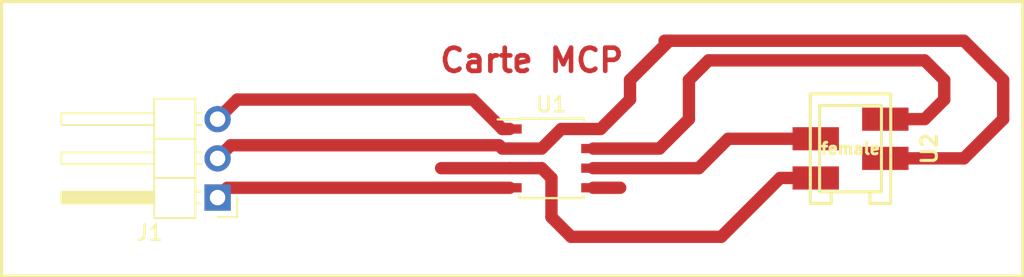
<source format=kicad_pcb>
(kicad_pcb (version 20171130) (host pcbnew 5.0.0-rc1-44a33f2~62~ubuntu16.04.1)

  (general
    (thickness 1.6)
    (drawings 6)
    (tracks 43)
    (zones 0)
    (modules 3)
    (nets 8)
  )

  (page A4)
  (layers
    (0 F.Cu signal)
    (31 B.Cu signal)
    (32 B.Adhes user)
    (33 F.Adhes user)
    (34 B.Paste user)
    (35 F.Paste user)
    (36 B.SilkS user)
    (37 F.SilkS user)
    (38 B.Mask user)
    (39 F.Mask user)
    (40 Dwgs.User user)
    (41 Cmts.User user)
    (42 Eco1.User user)
    (43 Eco2.User user)
    (44 Edge.Cuts user)
    (45 Margin user)
    (46 B.CrtYd user)
    (47 F.CrtYd user)
    (48 B.Fab user)
    (49 F.Fab user)
  )

  (setup
    (last_trace_width 0.8)
    (trace_clearance 0.2)
    (zone_clearance 0.508)
    (zone_45_only no)
    (trace_min 0.2)
    (segment_width 0.2)
    (edge_width 0.15)
    (via_size 0.8)
    (via_drill 0.4)
    (via_min_size 0.4)
    (via_min_drill 0.3)
    (uvia_size 0.3)
    (uvia_drill 0.1)
    (uvias_allowed no)
    (uvia_min_size 0.2)
    (uvia_min_drill 0.1)
    (pcb_text_width 0.3)
    (pcb_text_size 1.5 1.5)
    (mod_edge_width 0.15)
    (mod_text_size 1 1)
    (mod_text_width 0.15)
    (pad_size 1.524 1.524)
    (pad_drill 0.762)
    (pad_to_mask_clearance 0.2)
    (aux_axis_origin 0 0)
    (visible_elements FFFFFF7F)
    (pcbplotparams
      (layerselection 0x010fc_ffffffff)
      (usegerberextensions false)
      (usegerberattributes false)
      (usegerberadvancedattributes false)
      (creategerberjobfile false)
      (excludeedgelayer true)
      (linewidth 0.100000)
      (plotframeref false)
      (viasonmask false)
      (mode 1)
      (useauxorigin false)
      (hpglpennumber 1)
      (hpglpenspeed 20)
      (hpglpendiameter 15)
      (psnegative false)
      (psa4output false)
      (plotreference true)
      (plotvalue true)
      (plotinvisibletext false)
      (padsonsilk false)
      (subtractmaskfromsilk false)
      (outputformat 1)
      (mirror false)
      (drillshape 1)
      (scaleselection 1)
      (outputdirectory test/))
  )

  (net 0 "")
  (net 1 "Net-(U1-Pad7)")
  (net 2 GND)
  (net 3 "Net-(U1-Pad6)")
  (net 4 "Net-(U1-Pad3)")
  (net 5 "Net-(J1-Pad3)")
  (net 6 "Net-(J1-Pad1)")
  (net 7 "Net-(U1-Pad5)")

  (net_class Default "This is the default net class."
    (clearance 0.2)
    (trace_width 0.8)
    (via_dia 0.8)
    (via_drill 0.4)
    (uvia_dia 0.3)
    (uvia_drill 0.1)
    (add_net GND)
    (add_net "Net-(J1-Pad1)")
    (add_net "Net-(J1-Pad3)")
    (add_net "Net-(U1-Pad3)")
    (add_net "Net-(U1-Pad5)")
    (add_net "Net-(U1-Pad6)")
    (add_net "Net-(U1-Pad7)")
  )

  (module Connector_PinHeader_2.54mm:PinHeader_1x03_P2.54mm_Horizontal (layer F.Cu) (tedit 59FED5CB) (tstamp 5B0FF639)
    (at 120.65 113.03 180)
    (descr "Through hole angled pin header, 1x03, 2.54mm pitch, 6mm pin length, single row")
    (tags "Through hole angled pin header THT 1x03 2.54mm single row")
    (path /5AF03D8F)
    (fp_text reference J1 (at 4.385 -2.27 180) (layer F.SilkS)
      (effects (font (size 1 1) (thickness 0.15)))
    )
    (fp_text value Conn_01x03_Female (at 4.385 7.35 180) (layer F.Fab)
      (effects (font (size 1 1) (thickness 0.15)))
    )
    (fp_line (start 2.135 -1.27) (end 4.04 -1.27) (layer F.Fab) (width 0.1))
    (fp_line (start 4.04 -1.27) (end 4.04 6.35) (layer F.Fab) (width 0.1))
    (fp_line (start 4.04 6.35) (end 1.5 6.35) (layer F.Fab) (width 0.1))
    (fp_line (start 1.5 6.35) (end 1.5 -0.635) (layer F.Fab) (width 0.1))
    (fp_line (start 1.5 -0.635) (end 2.135 -1.27) (layer F.Fab) (width 0.1))
    (fp_line (start -0.32 -0.32) (end 1.5 -0.32) (layer F.Fab) (width 0.1))
    (fp_line (start -0.32 -0.32) (end -0.32 0.32) (layer F.Fab) (width 0.1))
    (fp_line (start -0.32 0.32) (end 1.5 0.32) (layer F.Fab) (width 0.1))
    (fp_line (start 4.04 -0.32) (end 10.04 -0.32) (layer F.Fab) (width 0.1))
    (fp_line (start 10.04 -0.32) (end 10.04 0.32) (layer F.Fab) (width 0.1))
    (fp_line (start 4.04 0.32) (end 10.04 0.32) (layer F.Fab) (width 0.1))
    (fp_line (start -0.32 2.22) (end 1.5 2.22) (layer F.Fab) (width 0.1))
    (fp_line (start -0.32 2.22) (end -0.32 2.86) (layer F.Fab) (width 0.1))
    (fp_line (start -0.32 2.86) (end 1.5 2.86) (layer F.Fab) (width 0.1))
    (fp_line (start 4.04 2.22) (end 10.04 2.22) (layer F.Fab) (width 0.1))
    (fp_line (start 10.04 2.22) (end 10.04 2.86) (layer F.Fab) (width 0.1))
    (fp_line (start 4.04 2.86) (end 10.04 2.86) (layer F.Fab) (width 0.1))
    (fp_line (start -0.32 4.76) (end 1.5 4.76) (layer F.Fab) (width 0.1))
    (fp_line (start -0.32 4.76) (end -0.32 5.4) (layer F.Fab) (width 0.1))
    (fp_line (start -0.32 5.4) (end 1.5 5.4) (layer F.Fab) (width 0.1))
    (fp_line (start 4.04 4.76) (end 10.04 4.76) (layer F.Fab) (width 0.1))
    (fp_line (start 10.04 4.76) (end 10.04 5.4) (layer F.Fab) (width 0.1))
    (fp_line (start 4.04 5.4) (end 10.04 5.4) (layer F.Fab) (width 0.1))
    (fp_line (start 1.44 -1.33) (end 1.44 6.41) (layer F.SilkS) (width 0.12))
    (fp_line (start 1.44 6.41) (end 4.1 6.41) (layer F.SilkS) (width 0.12))
    (fp_line (start 4.1 6.41) (end 4.1 -1.33) (layer F.SilkS) (width 0.12))
    (fp_line (start 4.1 -1.33) (end 1.44 -1.33) (layer F.SilkS) (width 0.12))
    (fp_line (start 4.1 -0.38) (end 10.1 -0.38) (layer F.SilkS) (width 0.12))
    (fp_line (start 10.1 -0.38) (end 10.1 0.38) (layer F.SilkS) (width 0.12))
    (fp_line (start 10.1 0.38) (end 4.1 0.38) (layer F.SilkS) (width 0.12))
    (fp_line (start 4.1 -0.32) (end 10.1 -0.32) (layer F.SilkS) (width 0.12))
    (fp_line (start 4.1 -0.2) (end 10.1 -0.2) (layer F.SilkS) (width 0.12))
    (fp_line (start 4.1 -0.08) (end 10.1 -0.08) (layer F.SilkS) (width 0.12))
    (fp_line (start 4.1 0.04) (end 10.1 0.04) (layer F.SilkS) (width 0.12))
    (fp_line (start 4.1 0.16) (end 10.1 0.16) (layer F.SilkS) (width 0.12))
    (fp_line (start 4.1 0.28) (end 10.1 0.28) (layer F.SilkS) (width 0.12))
    (fp_line (start 1.11 -0.38) (end 1.44 -0.38) (layer F.SilkS) (width 0.12))
    (fp_line (start 1.11 0.38) (end 1.44 0.38) (layer F.SilkS) (width 0.12))
    (fp_line (start 1.44 1.27) (end 4.1 1.27) (layer F.SilkS) (width 0.12))
    (fp_line (start 4.1 2.16) (end 10.1 2.16) (layer F.SilkS) (width 0.12))
    (fp_line (start 10.1 2.16) (end 10.1 2.92) (layer F.SilkS) (width 0.12))
    (fp_line (start 10.1 2.92) (end 4.1 2.92) (layer F.SilkS) (width 0.12))
    (fp_line (start 1.042929 2.16) (end 1.44 2.16) (layer F.SilkS) (width 0.12))
    (fp_line (start 1.042929 2.92) (end 1.44 2.92) (layer F.SilkS) (width 0.12))
    (fp_line (start 1.44 3.81) (end 4.1 3.81) (layer F.SilkS) (width 0.12))
    (fp_line (start 4.1 4.7) (end 10.1 4.7) (layer F.SilkS) (width 0.12))
    (fp_line (start 10.1 4.7) (end 10.1 5.46) (layer F.SilkS) (width 0.12))
    (fp_line (start 10.1 5.46) (end 4.1 5.46) (layer F.SilkS) (width 0.12))
    (fp_line (start 1.042929 4.7) (end 1.44 4.7) (layer F.SilkS) (width 0.12))
    (fp_line (start 1.042929 5.46) (end 1.44 5.46) (layer F.SilkS) (width 0.12))
    (fp_line (start -1.27 0) (end -1.27 -1.27) (layer F.SilkS) (width 0.12))
    (fp_line (start -1.27 -1.27) (end 0 -1.27) (layer F.SilkS) (width 0.12))
    (fp_line (start -1.8 -1.8) (end -1.8 6.85) (layer F.CrtYd) (width 0.05))
    (fp_line (start -1.8 6.85) (end 10.55 6.85) (layer F.CrtYd) (width 0.05))
    (fp_line (start 10.55 6.85) (end 10.55 -1.8) (layer F.CrtYd) (width 0.05))
    (fp_line (start 10.55 -1.8) (end -1.8 -1.8) (layer F.CrtYd) (width 0.05))
    (fp_text user %R (at 2.77 2.54 270) (layer F.Fab)
      (effects (font (size 1 1) (thickness 0.15)))
    )
    (pad 1 thru_hole rect (at 0 0 180) (size 1.7 1.7) (drill 1) (layers *.Cu *.Mask)
      (net 6 "Net-(J1-Pad1)"))
    (pad 2 thru_hole oval (at 0 2.54 180) (size 1.7 1.7) (drill 1) (layers *.Cu *.Mask)
      (net 2 GND))
    (pad 3 thru_hole oval (at 0 5.08 180) (size 1.7 1.7) (drill 1) (layers *.Cu *.Mask)
      (net 5 "Net-(J1-Pad3)"))
    (model ${KISYS3DMOD}/Connector_PinHeader_2.54mm.3dshapes/PinHeader_1x03_P2.54mm_Horizontal.wrl
      (at (xyz 0 0 0))
      (scale (xyz 1 1 1))
      (rotate (xyz 0 0 0))
    )
  )

  (module Package_SO:SOIC-8_3.9x4.9mm_P1.27mm (layer F.Cu) (tedit 5A02F2D3) (tstamp 5B0FF5F9)
    (at 142.24 110.49)
    (descr "8-Lead Plastic Small Outline (SN) - Narrow, 3.90 mm Body [SOIC] (see Microchip Packaging Specification 00000049BS.pdf)")
    (tags "SOIC 1.27")
    (path /5AF03BD9)
    (attr smd)
    (fp_text reference U1 (at 0 -3.5) (layer F.SilkS)
      (effects (font (size 1 1) (thickness 0.15)))
    )
    (fp_text value MCP2551-I-SN (at 0 3.5) (layer F.Fab)
      (effects (font (size 1 1) (thickness 0.15)))
    )
    (fp_text user %R (at 0 0) (layer F.Fab)
      (effects (font (size 1 1) (thickness 0.15)))
    )
    (fp_line (start -0.95 -2.45) (end 1.95 -2.45) (layer F.Fab) (width 0.1))
    (fp_line (start 1.95 -2.45) (end 1.95 2.45) (layer F.Fab) (width 0.1))
    (fp_line (start 1.95 2.45) (end -1.95 2.45) (layer F.Fab) (width 0.1))
    (fp_line (start -1.95 2.45) (end -1.95 -1.45) (layer F.Fab) (width 0.1))
    (fp_line (start -1.95 -1.45) (end -0.95 -2.45) (layer F.Fab) (width 0.1))
    (fp_line (start -3.73 -2.7) (end -3.73 2.7) (layer F.CrtYd) (width 0.05))
    (fp_line (start 3.73 -2.7) (end 3.73 2.7) (layer F.CrtYd) (width 0.05))
    (fp_line (start -3.73 -2.7) (end 3.73 -2.7) (layer F.CrtYd) (width 0.05))
    (fp_line (start -3.73 2.7) (end 3.73 2.7) (layer F.CrtYd) (width 0.05))
    (fp_line (start -2.075 -2.575) (end -2.075 -2.525) (layer F.SilkS) (width 0.15))
    (fp_line (start 2.075 -2.575) (end 2.075 -2.43) (layer F.SilkS) (width 0.15))
    (fp_line (start 2.075 2.575) (end 2.075 2.43) (layer F.SilkS) (width 0.15))
    (fp_line (start -2.075 2.575) (end -2.075 2.43) (layer F.SilkS) (width 0.15))
    (fp_line (start -2.075 -2.575) (end 2.075 -2.575) (layer F.SilkS) (width 0.15))
    (fp_line (start -2.075 2.575) (end 2.075 2.575) (layer F.SilkS) (width 0.15))
    (fp_line (start -2.075 -2.525) (end -3.475 -2.525) (layer F.SilkS) (width 0.15))
    (pad 1 smd rect (at -2.7 -1.905) (size 1.55 0.6) (layers F.Cu F.Paste F.Mask)
      (net 5 "Net-(J1-Pad3)"))
    (pad 2 smd rect (at -2.7 -0.635) (size 1.55 0.6) (layers F.Cu F.Paste F.Mask)
      (net 2 GND))
    (pad 3 smd rect (at -2.7 0.635) (size 1.55 0.6) (layers F.Cu F.Paste F.Mask)
      (net 4 "Net-(U1-Pad3)"))
    (pad 4 smd rect (at -2.7 1.905) (size 1.55 0.6) (layers F.Cu F.Paste F.Mask)
      (net 6 "Net-(J1-Pad1)"))
    (pad 5 smd rect (at 2.7 1.905) (size 1.55 0.6) (layers F.Cu F.Paste F.Mask)
      (net 7 "Net-(U1-Pad5)"))
    (pad 6 smd rect (at 2.7 0.635) (size 1.55 0.6) (layers F.Cu F.Paste F.Mask)
      (net 3 "Net-(U1-Pad6)"))
    (pad 7 smd rect (at 2.7 -0.635) (size 1.55 0.6) (layers F.Cu F.Paste F.Mask)
      (net 1 "Net-(U1-Pad7)"))
    (pad 8 smd rect (at 2.7 -1.905) (size 1.55 0.6) (layers F.Cu F.Paste F.Mask)
      (net 2 GND))
    (model ${KISYS3DMOD}/Package_SO.3dshapes/SOIC-8_3.9x4.9mm_P1.27mm.wrl
      (at (xyz 0 0 0))
      (scale (xyz 1 1 1))
      (rotate (xyz 0 0 0))
    )
  )

  (module micro-MaTch:0-188275-4_SMD_4-pin_female (layer F.Cu) (tedit 53C3B8D9) (tstamp 5B0FF5DC)
    (at 161.58 109.86 270)
    (descr ./Docs/ENG_CD_188275_S3_c-188275_drw.pdf)
    (tags "micro-MaTch, SMD, 4-pin, female")
    (path /5AF144A5)
    (fp_text reference U2 (at 0 -5.1 270) (layer F.SilkS)
      (effects (font (size 1 1) (thickness 0.2)))
    )
    (fp_text value micromatch_female (at 0 5.2 270) (layer F.SilkS) hide
      (effects (font (size 1 1) (thickness 0.2)))
    )
    (fp_line (start 3.55 2.6) (end 3.55 1.25) (layer F.SilkS) (width 0.2))
    (fp_line (start 3.55 1.25) (end 2.8 1.25) (layer F.SilkS) (width 0.2))
    (fp_line (start 3.55 -1.25) (end 3.55 -2.6) (layer F.SilkS) (width 0.2))
    (fp_line (start 2.8 -1.25) (end 3.55 -1.25) (layer F.SilkS) (width 0.2))
    (fp_line (start -2.8 -2) (end 2.8 -2) (layer F.SilkS) (width 0.2))
    (fp_line (start 2.8 -2) (end 2.8 2) (layer F.SilkS) (width 0.2))
    (fp_line (start 2.8 2) (end -2.8 2) (layer F.SilkS) (width 0.2))
    (fp_line (start -2.8 2) (end -2.8 -2) (layer F.SilkS) (width 0.2))
    (fp_line (start 1.9 1.45) (end 1.9 3.45) (layer Dwgs.User) (width 0.2))
    (fp_line (start -0.64 3.45) (end -0.64 1.45) (layer Dwgs.User) (width 0.2))
    (fp_line (start 0.63 -3.45) (end 0.63 -1.45) (layer Dwgs.User) (width 0.2))
    (fp_line (start -1.91 -3.45) (end -1.91 -1.45) (layer Dwgs.User) (width 0.2))
    (fp_text user female (at 0 0 180) (layer F.SilkS)
      (effects (font (size 0.75 0.75) (thickness 0.1875)))
    )
    (fp_line (start 3.55 -2.6) (end -3.55 -2.6) (layer F.SilkS) (width 0.2))
    (fp_line (start -3.55 -2.6) (end -3.55 2.6) (layer F.SilkS) (width 0.2))
    (fp_line (start -3.55 2.6) (end 3.55 2.6) (layer F.SilkS) (width 0.2))
    (pad 4 smd rect (at -1.91 -2.25 270) (size 1.5 3) (layers F.Cu F.Paste F.Mask)
      (net 1 "Net-(U1-Pad7)"))
    (pad 2 smd rect (at 0.63 -2.25 270) (size 1.5 3) (layers F.Cu F.Paste F.Mask)
      (net 2 GND))
    (pad 3 smd rect (at -0.64 2.25 270) (size 1.5 3) (layers F.Cu F.Paste F.Mask)
      (net 3 "Net-(U1-Pad6)"))
    (pad 1 smd rect (at 1.9 2.25 270) (size 1.5 3) (layers F.Cu F.Paste F.Mask)
      (net 4 "Net-(U1-Pad3)"))
  )

  (gr_line (start 172.72 118.11) (end 172.72 116.84) (layer F.SilkS) (width 0.2))
  (gr_line (start 106.68 118.11) (end 172.72 118.11) (layer F.SilkS) (width 0.2))
  (gr_line (start 106.68 100.33) (end 106.68 118.11) (layer F.SilkS) (width 0.2))
  (gr_line (start 172.72 100.33) (end 106.68 100.33) (layer F.SilkS) (width 0.2))
  (gr_line (start 172.72 116.84) (end 172.72 100.33) (layer F.SilkS) (width 0.2))
  (gr_text "Carte MCP" (at 140.97 104.14) (layer F.Cu)
    (effects (font (size 1.5 1.5) (thickness 0.3)))
  )

  (segment (start 152.4 104.14) (end 151.13 105.41) (width 0.8) (layer F.Cu) (net 1))
  (segment (start 167.64 105.41) (end 166.37 104.14) (width 0.8) (layer F.Cu) (net 1))
  (segment (start 166.37 104.14) (end 152.4 104.14) (width 0.8) (layer F.Cu) (net 1))
  (segment (start 151.13 105.41) (end 151.13 107.95) (width 0.8) (layer F.Cu) (net 1))
  (segment (start 167.64 106.68) (end 167.64 105.41) (width 0.8) (layer F.Cu) (net 1))
  (segment (start 163.83 107.95) (end 166.37 107.95) (width 0.8) (layer F.Cu) (net 1))
  (segment (start 166.37 107.95) (end 167.64 106.68) (width 0.8) (layer F.Cu) (net 1))
  (segment (start 151.13 107.95) (end 149.225 109.855) (width 0.8) (layer F.Cu) (net 1))
  (segment (start 149.225 109.855) (end 144.94 109.855) (width 0.8) (layer F.Cu) (net 1))
  (segment (start 147.32 105.41) (end 149.86 102.87) (width 0.8) (layer F.Cu) (net 2))
  (segment (start 147.32 106.68) (end 147.32 105.41) (width 0.8) (layer F.Cu) (net 2))
  (segment (start 145.415 108.585) (end 147.32 106.68) (width 0.8) (layer F.Cu) (net 2))
  (segment (start 144.94 108.585) (end 145.415 108.585) (width 0.8) (layer F.Cu) (net 2))
  (segment (start 141.605 109.855) (end 142.875 108.585) (width 0.8) (layer F.Cu) (net 2))
  (segment (start 142.875 108.585) (end 144.94 108.585) (width 0.8) (layer F.Cu) (net 2))
  (segment (start 139.54 109.855) (end 141.605 109.855) (width 0.8) (layer F.Cu) (net 2))
  (segment (start 171.45 107.95) (end 168.91 110.49) (width 0.8) (layer F.Cu) (net 2))
  (segment (start 168.91 110.49) (end 163.83 110.49) (width 0.8) (layer F.Cu) (net 2))
  (segment (start 171.45 105.41) (end 171.45 107.95) (width 0.8) (layer F.Cu) (net 2))
  (segment (start 168.91 102.87) (end 171.45 105.41) (width 0.8) (layer F.Cu) (net 2))
  (segment (start 149.555 102.87) (end 168.91 102.87) (width 0.8) (layer F.Cu) (net 2))
  (segment (start 139.54 109.855) (end 139.065 109.855) (width 0.8) (layer F.Cu) (net 2))
  (segment (start 139.065 109.855) (end 138.850001 109.640001) (width 0.8) (layer F.Cu) (net 2))
  (segment (start 138.850001 109.640001) (end 121.499999 109.640001) (width 0.8) (layer F.Cu) (net 2))
  (segment (start 121.499999 109.640001) (end 120.65 110.49) (width 0.8) (layer F.Cu) (net 2))
  (segment (start 153.67 109.22) (end 159.33 109.22) (width 0.8) (layer F.Cu) (net 3))
  (segment (start 151.765 111.125) (end 153.67 109.22) (width 0.8) (layer F.Cu) (net 3))
  (segment (start 144.94 111.125) (end 151.765 111.125) (width 0.8) (layer F.Cu) (net 3))
  (segment (start 139.54 111.125) (end 135.104989 111.125) (width 0.8) (layer F.Cu) (net 4))
  (segment (start 143.51 115.57) (end 153.22 115.57) (width 0.8) (layer F.Cu) (net 4))
  (segment (start 153.22 115.57) (end 157.03 111.76) (width 0.8) (layer F.Cu) (net 4))
  (segment (start 157.03 111.76) (end 159.33 111.76) (width 0.8) (layer F.Cu) (net 4))
  (segment (start 142.24 114.3) (end 143.51 115.57) (width 0.8) (layer F.Cu) (net 4))
  (segment (start 142.24 111.76) (end 142.24 114.3) (width 0.8) (layer F.Cu) (net 4))
  (segment (start 141.605 111.125) (end 142.24 111.76) (width 0.8) (layer F.Cu) (net 4))
  (segment (start 139.54 111.125) (end 141.605 111.125) (width 0.8) (layer F.Cu) (net 4))
  (segment (start 137.16 106.68) (end 121.92 106.68) (width 0.8) (layer F.Cu) (net 5))
  (segment (start 121.92 106.68) (end 120.65 107.95) (width 0.8) (layer F.Cu) (net 5))
  (segment (start 139.065 108.585) (end 137.16 106.68) (width 0.8) (layer F.Cu) (net 5))
  (segment (start 139.54 108.585) (end 139.065 108.585) (width 0.8) (layer F.Cu) (net 5))
  (segment (start 139.54 112.395) (end 121.285 112.395) (width 0.8) (layer F.Cu) (net 6))
  (segment (start 121.285 112.395) (end 120.65 113.03) (width 0.8) (layer F.Cu) (net 6))
  (segment (start 144.94 112.395) (end 146.685 112.395) (width 0.8) (layer F.Cu) (net 7))

)

</source>
